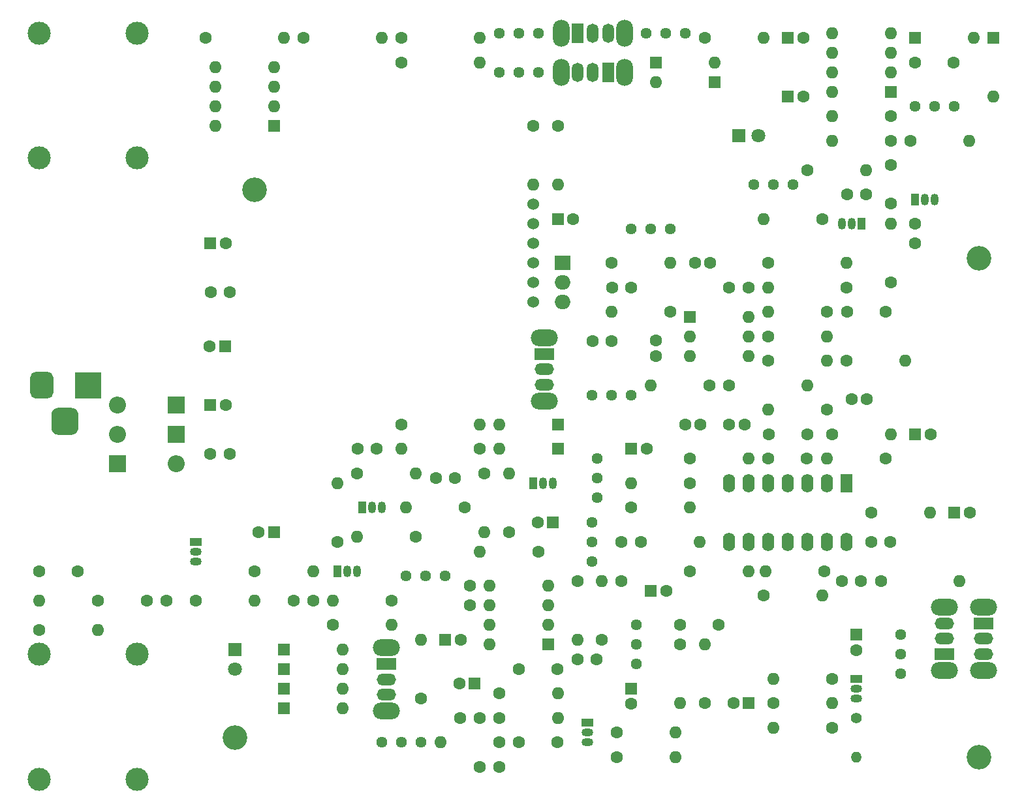
<source format=gbr>
%TF.GenerationSoftware,KiCad,Pcbnew,(5.1.12)-1*%
%TF.CreationDate,2022-01-01T20:40:12-08:00*%
%TF.ProjectId,Lobotomizer,4c6f626f-746f-46d6-997a-65722e6b6963,rev?*%
%TF.SameCoordinates,Original*%
%TF.FileFunction,Soldermask,Top*%
%TF.FilePolarity,Negative*%
%FSLAX46Y46*%
G04 Gerber Fmt 4.6, Leading zero omitted, Abs format (unit mm)*
G04 Created by KiCad (PCBNEW (5.1.12)-1) date 2022-01-01 20:40:12*
%MOMM*%
%LPD*%
G01*
G04 APERTURE LIST*
%ADD10C,3.200000*%
%ADD11C,1.600000*%
%ADD12O,1.600000X1.600000*%
%ADD13R,1.600000X1.600000*%
%ADD14O,2.000000X1.905000*%
%ADD15R,2.000000X1.905000*%
%ADD16C,1.524000*%
%ADD17O,1.600000X2.400000*%
%ADD18R,1.600000X2.400000*%
%ADD19O,2.200000X3.500000*%
%ADD20O,1.500000X2.500000*%
%ADD21R,1.500000X2.500000*%
%ADD22O,3.500000X2.200000*%
%ADD23O,2.500000X1.500000*%
%ADD24R,2.500000X1.500000*%
%ADD25C,1.440000*%
%ADD26O,1.400000X1.400000*%
%ADD27C,1.400000*%
%ADD28R,1.050000X1.500000*%
%ADD29O,1.050000X1.500000*%
%ADD30R,1.500000X1.050000*%
%ADD31O,1.500000X1.050000*%
%ADD32R,3.500000X3.500000*%
%ADD33C,3.000000*%
%ADD34C,1.800000*%
%ADD35R,1.800000X1.800000*%
%ADD36O,2.200000X2.200000*%
%ADD37R,2.200000X2.200000*%
G04 APERTURE END LIST*
D10*
%TO.C,REF\u002A\u002A*%
X111760000Y-73660000D03*
%TD*%
%TO.C,REF\u002A\u002A*%
X205740000Y-147320000D03*
%TD*%
%TO.C,REF\u002A\u002A*%
X205740000Y-82550000D03*
%TD*%
%TO.C,REF\u002A\u002A*%
X109220000Y-144780000D03*
%TD*%
D11*
%TO.C,C106*%
X188675000Y-89535000D03*
X193675000Y-89535000D03*
%TD*%
D12*
%TO.C,U202*%
X106680000Y-65405000D03*
X114300000Y-57785000D03*
X106680000Y-62865000D03*
X114300000Y-60325000D03*
X106680000Y-60325000D03*
X114300000Y-62865000D03*
X106680000Y-57785000D03*
D13*
X114300000Y-65405000D03*
%TD*%
D12*
%TO.C,U201*%
X186690000Y-60960000D03*
X194310000Y-53340000D03*
X186690000Y-58420000D03*
X194310000Y-55880000D03*
X186690000Y-55880000D03*
X194310000Y-58420000D03*
X186690000Y-53340000D03*
D13*
X194310000Y-60960000D03*
%TD*%
D14*
%TO.C,U103*%
X151765000Y-88265000D03*
X151765000Y-85725000D03*
D15*
X151765000Y-83185000D03*
%TD*%
D16*
%TO.C,U102*%
X147955000Y-75565000D03*
X147955000Y-78105000D03*
X147955000Y-80645000D03*
X147955000Y-83185000D03*
X147955000Y-85725000D03*
X147955000Y-88265000D03*
%TD*%
D17*
%TO.C,U101*%
X188595000Y-119380000D03*
X173355000Y-111760000D03*
X186055000Y-119380000D03*
X175895000Y-111760000D03*
X183515000Y-119380000D03*
X178435000Y-111760000D03*
X180975000Y-119380000D03*
X180975000Y-111760000D03*
X178435000Y-119380000D03*
X183515000Y-111760000D03*
X175895000Y-119380000D03*
X186055000Y-111760000D03*
X173355000Y-119380000D03*
D18*
X188595000Y-111760000D03*
%TD*%
D12*
%TO.C,U1*%
X142240000Y-132715000D03*
X149860000Y-125095000D03*
X142240000Y-130175000D03*
X149860000Y-127635000D03*
X142240000Y-127635000D03*
X149860000Y-130175000D03*
X142240000Y-125095000D03*
D13*
X149860000Y-132715000D03*
%TD*%
D19*
%TO.C,SW202*%
X151570000Y-58420000D03*
X159770000Y-58420000D03*
D20*
X153670000Y-58420000D03*
X155670000Y-58420000D03*
D21*
X157670000Y-58420000D03*
%TD*%
D19*
%TO.C,SW201*%
X159770000Y-53340000D03*
X151570000Y-53340000D03*
D20*
X157670000Y-53340000D03*
X155670000Y-53340000D03*
D21*
X153670000Y-53340000D03*
%TD*%
D22*
%TO.C,SW102*%
X149352000Y-101096000D03*
X149352000Y-92896000D03*
D23*
X149352000Y-98996000D03*
X149352000Y-96996000D03*
D24*
X149352000Y-94996000D03*
%TD*%
D12*
%TO.C,SW101*%
X175895000Y-90170000D03*
X168275000Y-95250000D03*
X175895000Y-92710000D03*
X168275000Y-92710000D03*
X175895000Y-95250000D03*
D13*
X168275000Y-90170000D03*
%TD*%
D22*
%TO.C,SW3*%
X206375000Y-136085000D03*
X206375000Y-127885000D03*
D23*
X206375000Y-133985000D03*
X206375000Y-131985000D03*
D24*
X206375000Y-129985000D03*
%TD*%
D22*
%TO.C,SW2*%
X201295000Y-127885000D03*
X201295000Y-136085000D03*
D23*
X201295000Y-129985000D03*
X201295000Y-131985000D03*
D24*
X201295000Y-133985000D03*
%TD*%
D22*
%TO.C,SW1*%
X128905000Y-141355000D03*
X128905000Y-133155000D03*
D23*
X128905000Y-139255000D03*
X128905000Y-137255000D03*
D24*
X128905000Y-135255000D03*
%TD*%
D25*
%TO.C,RV205*%
X143510000Y-58420000D03*
X146050000Y-58420000D03*
X148590000Y-58420000D03*
%TD*%
%TO.C,RV204*%
X143510000Y-53340000D03*
X146050000Y-53340000D03*
X148590000Y-53340000D03*
%TD*%
%TO.C,RV203*%
X162560000Y-53340000D03*
X165100000Y-53340000D03*
X167640000Y-53340000D03*
%TD*%
%TO.C,RV202*%
X197485000Y-62865000D03*
X200025000Y-62865000D03*
X202565000Y-62865000D03*
%TD*%
%TO.C,RV201*%
X181610000Y-73025000D03*
X179070000Y-73025000D03*
X176530000Y-73025000D03*
%TD*%
%TO.C,RV103*%
X155575000Y-100330000D03*
X158115000Y-100330000D03*
X160655000Y-100330000D03*
%TD*%
%TO.C,RV102*%
X156210000Y-113665000D03*
X156210000Y-111125000D03*
X156210000Y-108585000D03*
%TD*%
%TO.C,RV101*%
X160655000Y-78740000D03*
X163195000Y-78740000D03*
X165735000Y-78740000D03*
%TD*%
%TO.C,RV5*%
X195580000Y-136525000D03*
X195580000Y-133985000D03*
X195580000Y-131445000D03*
%TD*%
%TO.C,RV4*%
X161290000Y-130175000D03*
X161290000Y-132715000D03*
X161290000Y-135255000D03*
%TD*%
%TO.C,RV3*%
X128270000Y-145415000D03*
X130810000Y-145415000D03*
X133350000Y-145415000D03*
%TD*%
%TO.C,RV2*%
X131445000Y-123825000D03*
X133985000Y-123825000D03*
X136525000Y-123825000D03*
%TD*%
%TO.C,RV1*%
X155575000Y-116840000D03*
X155575000Y-119380000D03*
X155575000Y-121920000D03*
%TD*%
D12*
%TO.C,R211*%
X115570000Y-53975000D03*
D11*
X105410000Y-53975000D03*
%TD*%
%TO.C,R210*%
X118110000Y-53975000D03*
D12*
X128270000Y-53975000D03*
%TD*%
%TO.C,R209*%
X140970000Y-57150000D03*
D11*
X130810000Y-57150000D03*
%TD*%
D12*
%TO.C,R208*%
X140970000Y-53975000D03*
D11*
X130810000Y-53975000D03*
%TD*%
D12*
%TO.C,R207*%
X186690000Y-67310000D03*
D11*
X194310000Y-67310000D03*
%TD*%
D12*
%TO.C,R206*%
X177800000Y-53975000D03*
D11*
X170180000Y-53975000D03*
%TD*%
D12*
%TO.C,R205*%
X186690000Y-64135000D03*
D11*
X194310000Y-64135000D03*
%TD*%
D12*
%TO.C,R204*%
X191135000Y-71120000D03*
D11*
X183515000Y-71120000D03*
%TD*%
D12*
%TO.C,R203*%
X177800000Y-77470000D03*
D11*
X185420000Y-77470000D03*
%TD*%
D12*
%TO.C,R202*%
X194310000Y-78105000D03*
D11*
X194310000Y-85725000D03*
%TD*%
D12*
%TO.C,R201*%
X204470000Y-67310000D03*
D11*
X196850000Y-67310000D03*
%TD*%
D12*
%TO.C,R122*%
X183515000Y-99060000D03*
D11*
X173355000Y-99060000D03*
%TD*%
D12*
%TO.C,R121*%
X168275000Y-114935000D03*
D11*
X160655000Y-114935000D03*
%TD*%
D12*
%TO.C,R120*%
X160655000Y-111760000D03*
D11*
X168275000Y-111760000D03*
%TD*%
D12*
%TO.C,R119*%
X186055000Y-92710000D03*
D11*
X178435000Y-92710000D03*
%TD*%
D12*
%TO.C,R118*%
X178435000Y-102235000D03*
D11*
X186055000Y-102235000D03*
%TD*%
D12*
%TO.C,R117*%
X186055000Y-95885000D03*
D11*
X178435000Y-95885000D03*
%TD*%
D12*
%TO.C,R116*%
X196215000Y-95885000D03*
D11*
X188595000Y-95885000D03*
%TD*%
D12*
%TO.C,R115*%
X151130000Y-73025000D03*
D11*
X151130000Y-65405000D03*
%TD*%
D12*
%TO.C,R114*%
X147955000Y-73025000D03*
D11*
X147955000Y-65405000D03*
%TD*%
D12*
%TO.C,R113*%
X158115000Y-89535000D03*
D11*
X165735000Y-89535000D03*
%TD*%
D12*
%TO.C,R112*%
X165735000Y-83185000D03*
D11*
X158115000Y-83185000D03*
%TD*%
D12*
%TO.C,R111*%
X178435000Y-86360000D03*
D11*
X188595000Y-86360000D03*
%TD*%
D12*
%TO.C,R110*%
X178435000Y-89535000D03*
D11*
X186055000Y-89535000D03*
%TD*%
D12*
%TO.C,R109*%
X188595000Y-83185000D03*
D11*
X178435000Y-83185000D03*
%TD*%
D12*
%TO.C,R108*%
X194310000Y-105410000D03*
D11*
X186690000Y-105410000D03*
%TD*%
D12*
%TO.C,R107*%
X163195000Y-99060000D03*
D11*
X170815000Y-99060000D03*
%TD*%
D12*
%TO.C,R106*%
X175895000Y-108585000D03*
D11*
X168275000Y-108585000D03*
%TD*%
D12*
%TO.C,R105*%
X186055000Y-108585000D03*
D11*
X193675000Y-108585000D03*
%TD*%
D12*
%TO.C,R104*%
X199390000Y-115570000D03*
D11*
X191770000Y-115570000D03*
%TD*%
D12*
%TO.C,R103*%
X178054000Y-123190000D03*
D11*
X185674000Y-123190000D03*
%TD*%
D12*
%TO.C,R102*%
X185420000Y-126365000D03*
D11*
X177800000Y-126365000D03*
%TD*%
D12*
%TO.C,R101*%
X203200000Y-124460000D03*
D11*
X193040000Y-124460000D03*
%TD*%
D12*
%TO.C,R31*%
X169545000Y-119380000D03*
D11*
X161925000Y-119380000D03*
%TD*%
D12*
%TO.C,R30*%
X175895000Y-123190000D03*
D11*
X168275000Y-123190000D03*
%TD*%
D26*
%TO.C,R29*%
X189865000Y-147320000D03*
D27*
X189865000Y-142240000D03*
%TD*%
D12*
%TO.C,R28*%
X179070000Y-143510000D03*
D11*
X186690000Y-143510000D03*
%TD*%
D12*
%TO.C,R27*%
X179070000Y-137160000D03*
D11*
X186690000Y-137160000D03*
%TD*%
D12*
%TO.C,R26*%
X186690000Y-140335000D03*
D11*
X179070000Y-140335000D03*
%TD*%
D12*
%TO.C,R25*%
X170180000Y-132715000D03*
D11*
X170180000Y-140335000D03*
%TD*%
D12*
%TO.C,R24*%
X167005000Y-140335000D03*
D11*
X167005000Y-132715000D03*
%TD*%
D12*
%TO.C,R23*%
X166370000Y-144145000D03*
D11*
X158750000Y-144145000D03*
%TD*%
D12*
%TO.C,R22*%
X166370000Y-147320000D03*
D11*
X158750000Y-147320000D03*
%TD*%
D12*
%TO.C,R21*%
X135890000Y-145415000D03*
D11*
X143510000Y-145415000D03*
%TD*%
D12*
%TO.C,R20*%
X133350000Y-132080000D03*
D11*
X133350000Y-139700000D03*
%TD*%
D12*
%TO.C,R19*%
X151130000Y-139065000D03*
D11*
X143510000Y-139065000D03*
%TD*%
D12*
%TO.C,R18*%
X151130000Y-142240000D03*
D11*
X143510000Y-142240000D03*
%TD*%
D12*
%TO.C,R17*%
X153670000Y-132080000D03*
D11*
X153670000Y-124460000D03*
%TD*%
D12*
%TO.C,R16*%
X156845000Y-124460000D03*
D11*
X156845000Y-132080000D03*
%TD*%
D12*
%TO.C,R15*%
X140970000Y-120650000D03*
D11*
X148590000Y-120650000D03*
%TD*%
D12*
%TO.C,R14*%
X144780000Y-110490000D03*
D11*
X144780000Y-118110000D03*
%TD*%
D12*
%TO.C,R13*%
X141605000Y-118110000D03*
D11*
X141605000Y-110490000D03*
%TD*%
D12*
%TO.C,R12*%
X140970000Y-104140000D03*
D11*
X130810000Y-104140000D03*
%TD*%
D12*
%TO.C,R11*%
X130810000Y-107315000D03*
D11*
X140970000Y-107315000D03*
%TD*%
D12*
%TO.C,R10*%
X131445000Y-114935000D03*
D11*
X139065000Y-114935000D03*
%TD*%
D12*
%TO.C,R9*%
X132715000Y-110490000D03*
D11*
X125095000Y-110490000D03*
%TD*%
D12*
%TO.C,R8*%
X122555000Y-111760000D03*
D11*
X122555000Y-119380000D03*
%TD*%
D12*
%TO.C,R7*%
X125095000Y-118745000D03*
D11*
X132715000Y-118745000D03*
%TD*%
D12*
%TO.C,R6*%
X129540000Y-130175000D03*
D11*
X121920000Y-130175000D03*
%TD*%
D12*
%TO.C,R5*%
X121920000Y-127000000D03*
D11*
X129540000Y-127000000D03*
%TD*%
D12*
%TO.C,R4*%
X119380000Y-123190000D03*
D11*
X111760000Y-123190000D03*
%TD*%
D12*
%TO.C,R3*%
X111760000Y-127000000D03*
D11*
X104140000Y-127000000D03*
%TD*%
D12*
%TO.C,R2*%
X83820000Y-127000000D03*
D11*
X91440000Y-127000000D03*
%TD*%
D12*
%TO.C,R1*%
X91440000Y-130810000D03*
D11*
X83820000Y-130810000D03*
%TD*%
D28*
%TO.C,Q202*%
X190500000Y-78105000D03*
D29*
X187960000Y-78105000D03*
X189230000Y-78105000D03*
%TD*%
D28*
%TO.C,Q201*%
X197485000Y-74930000D03*
D29*
X200025000Y-74930000D03*
X198755000Y-74930000D03*
%TD*%
D30*
%TO.C,Q6*%
X189865000Y-137160000D03*
D31*
X189865000Y-139700000D03*
X189865000Y-138430000D03*
%TD*%
D30*
%TO.C,Q5*%
X154940000Y-142875000D03*
D31*
X154940000Y-145415000D03*
X154940000Y-144145000D03*
%TD*%
D28*
%TO.C,Q4*%
X147955000Y-111760000D03*
D29*
X150495000Y-111760000D03*
X149225000Y-111760000D03*
%TD*%
D28*
%TO.C,Q3*%
X125730000Y-114935000D03*
D29*
X128270000Y-114935000D03*
X127000000Y-114935000D03*
%TD*%
D28*
%TO.C,Q2*%
X122555000Y-123190000D03*
D29*
X125095000Y-123190000D03*
X123825000Y-123190000D03*
%TD*%
D30*
%TO.C,Q1*%
X104140000Y-119380000D03*
D31*
X104140000Y-121920000D03*
X104140000Y-120650000D03*
%TD*%
%TO.C,J3*%
G36*
G01*
X85420000Y-104635000D02*
X85420000Y-102885000D01*
G75*
G02*
X86295000Y-102010000I875000J0D01*
G01*
X88045000Y-102010000D01*
G75*
G02*
X88920000Y-102885000I0J-875000D01*
G01*
X88920000Y-104635000D01*
G75*
G02*
X88045000Y-105510000I-875000J0D01*
G01*
X86295000Y-105510000D01*
G75*
G02*
X85420000Y-104635000I0J875000D01*
G01*
G37*
G36*
G01*
X82670000Y-100060000D02*
X82670000Y-98060000D01*
G75*
G02*
X83420000Y-97310000I750000J0D01*
G01*
X84920000Y-97310000D01*
G75*
G02*
X85670000Y-98060000I0J-750000D01*
G01*
X85670000Y-100060000D01*
G75*
G02*
X84920000Y-100810000I-750000J0D01*
G01*
X83420000Y-100810000D01*
G75*
G02*
X82670000Y-100060000I0J750000D01*
G01*
G37*
D32*
X90170000Y-99060000D03*
%TD*%
D33*
%TO.C,J2*%
X83820000Y-69570000D03*
X96520000Y-69570000D03*
X83820000Y-53340000D03*
X96520000Y-53340000D03*
%TD*%
%TO.C,J1*%
X83820000Y-150215000D03*
X96520000Y-150215000D03*
X83820000Y-133985000D03*
X96520000Y-133985000D03*
%TD*%
D34*
%TO.C,D206*%
X177165000Y-66675000D03*
D35*
X174625000Y-66675000D03*
%TD*%
D36*
%TO.C,D205*%
X101600000Y-109220000D03*
D37*
X93980000Y-109220000D03*
%TD*%
D12*
%TO.C,D204*%
X171450000Y-57150000D03*
D13*
X163830000Y-57150000D03*
%TD*%
D12*
%TO.C,D203*%
X163830000Y-59690000D03*
D13*
X171450000Y-59690000D03*
%TD*%
D12*
%TO.C,D202*%
X205105000Y-53975000D03*
D13*
X197485000Y-53975000D03*
%TD*%
D12*
%TO.C,D201*%
X207645000Y-61595000D03*
D13*
X207645000Y-53975000D03*
%TD*%
D36*
%TO.C,D101*%
X93980000Y-105410000D03*
D37*
X101600000Y-105410000D03*
%TD*%
D36*
%TO.C,D8*%
X93980000Y-101600000D03*
D37*
X101600000Y-101600000D03*
%TD*%
D12*
%TO.C,D7*%
X123190000Y-140970000D03*
D13*
X115570000Y-140970000D03*
%TD*%
D12*
%TO.C,D6*%
X123190000Y-138430000D03*
D13*
X115570000Y-138430000D03*
%TD*%
D12*
%TO.C,D5*%
X123190000Y-135890000D03*
D13*
X115570000Y-135890000D03*
%TD*%
D34*
%TO.C,D4*%
X109220000Y-135890000D03*
D35*
X109220000Y-133350000D03*
%TD*%
D12*
%TO.C,D3*%
X123190000Y-133350000D03*
D13*
X115570000Y-133350000D03*
%TD*%
D12*
%TO.C,D2*%
X143510000Y-104140000D03*
D13*
X151130000Y-104140000D03*
%TD*%
D12*
%TO.C,D1*%
X143510000Y-107315000D03*
D13*
X151130000Y-107315000D03*
%TD*%
D11*
%TO.C,C209*%
X106085000Y-86995000D03*
X108585000Y-86995000D03*
%TD*%
%TO.C,C208*%
X108045000Y-80645000D03*
D13*
X106045000Y-80645000D03*
%TD*%
D11*
%TO.C,C207*%
X182975000Y-53975000D03*
D13*
X180975000Y-53975000D03*
%TD*%
D11*
%TO.C,C206*%
X194310000Y-75485000D03*
X194310000Y-70485000D03*
%TD*%
%TO.C,C205*%
X182975000Y-61595000D03*
D13*
X180975000Y-61595000D03*
%TD*%
D11*
%TO.C,C204*%
X202485000Y-57150000D03*
X197485000Y-57150000D03*
%TD*%
%TO.C,C203*%
X188635000Y-74295000D03*
X191135000Y-74295000D03*
%TD*%
%TO.C,C202*%
X197485000Y-78145000D03*
X197485000Y-80645000D03*
%TD*%
%TO.C,C201*%
X155615000Y-93345000D03*
X158115000Y-93345000D03*
%TD*%
%TO.C,C117*%
X153130000Y-77470000D03*
D13*
X151130000Y-77470000D03*
%TD*%
D11*
%TO.C,C116*%
X105950000Y-93980000D03*
D13*
X107950000Y-93980000D03*
%TD*%
D11*
%TO.C,C115*%
X169640000Y-104140000D03*
X167640000Y-104140000D03*
%TD*%
%TO.C,C114*%
X175355000Y-104140000D03*
X173355000Y-104140000D03*
%TD*%
%TO.C,C113*%
X162655000Y-107315000D03*
D13*
X160655000Y-107315000D03*
%TD*%
D11*
%TO.C,C112*%
X178515000Y-105410000D03*
X183515000Y-105410000D03*
%TD*%
%TO.C,C111*%
X191230000Y-100838000D03*
X189230000Y-100838000D03*
%TD*%
%TO.C,C110*%
X163830000Y-93250000D03*
X163830000Y-95250000D03*
%TD*%
%TO.C,C109*%
X158155000Y-86360000D03*
X160655000Y-86360000D03*
%TD*%
%TO.C,C108*%
X170910000Y-83185000D03*
X168910000Y-83185000D03*
%TD*%
%TO.C,C107*%
X175855000Y-86360000D03*
X173355000Y-86360000D03*
%TD*%
%TO.C,C105*%
X199485000Y-105410000D03*
D13*
X197485000Y-105410000D03*
%TD*%
D11*
%TO.C,C104*%
X183435000Y-108585000D03*
X178435000Y-108585000D03*
%TD*%
%TO.C,C103*%
X194270000Y-119380000D03*
X191770000Y-119380000D03*
%TD*%
%TO.C,C102*%
X204565000Y-115570000D03*
D13*
X202565000Y-115570000D03*
%TD*%
D11*
%TO.C,C101*%
X190460000Y-124460000D03*
X187960000Y-124460000D03*
%TD*%
%TO.C,C23*%
X165195000Y-125730000D03*
D13*
X163195000Y-125730000D03*
%TD*%
D11*
%TO.C,C22*%
X108545000Y-107950000D03*
X106045000Y-107950000D03*
%TD*%
%TO.C,C21*%
X108045000Y-101600000D03*
D13*
X106045000Y-101600000D03*
%TD*%
D11*
%TO.C,C20*%
X189865000Y-133445000D03*
D13*
X189865000Y-131445000D03*
%TD*%
D11*
%TO.C,C19*%
X173895000Y-140335000D03*
D13*
X175895000Y-140335000D03*
%TD*%
D11*
%TO.C,C18*%
X172005000Y-130175000D03*
X167005000Y-130175000D03*
%TD*%
%TO.C,C17*%
X160655000Y-140430000D03*
D13*
X160655000Y-138430000D03*
%TD*%
D11*
%TO.C,C16*%
X151050000Y-145415000D03*
X146050000Y-145415000D03*
%TD*%
%TO.C,C15*%
X141010000Y-148590000D03*
X143510000Y-148590000D03*
%TD*%
%TO.C,C14*%
X138525000Y-132080000D03*
D13*
X136525000Y-132080000D03*
%TD*%
D11*
%TO.C,C13*%
X138335000Y-137795000D03*
D13*
X140335000Y-137795000D03*
%TD*%
D11*
%TO.C,C12*%
X138470000Y-142240000D03*
X140970000Y-142240000D03*
%TD*%
%TO.C,C11*%
X151050000Y-135890000D03*
X146050000Y-135890000D03*
%TD*%
%TO.C,C10*%
X139700000Y-127595000D03*
X139700000Y-125095000D03*
%TD*%
%TO.C,C9*%
X156170000Y-134620000D03*
X153670000Y-134620000D03*
%TD*%
%TO.C,C8*%
X159385000Y-119460000D03*
X159385000Y-124460000D03*
%TD*%
%TO.C,C7*%
X148495000Y-116840000D03*
D13*
X150495000Y-116840000D03*
%TD*%
D11*
%TO.C,C6*%
X125135000Y-107315000D03*
X127635000Y-107315000D03*
%TD*%
%TO.C,C5*%
X135295000Y-111125000D03*
X137795000Y-111125000D03*
%TD*%
%TO.C,C4*%
X116880000Y-127000000D03*
X119380000Y-127000000D03*
%TD*%
%TO.C,C3*%
X112300000Y-118110000D03*
D13*
X114300000Y-118110000D03*
%TD*%
D11*
%TO.C,C2*%
X97830000Y-127000000D03*
X100330000Y-127000000D03*
%TD*%
%TO.C,C1*%
X88820000Y-123190000D03*
X83820000Y-123190000D03*
%TD*%
M02*

</source>
